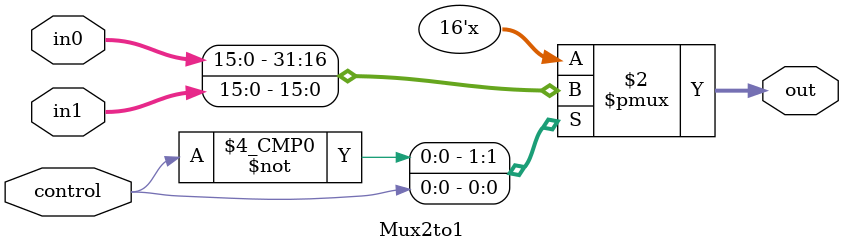
<source format=v>
module Mux2to1(input control, input[15:0] in0, input[15:0] in1, output reg[15:0] out);
always @ (in0 or in1 or control) begin
	case(control)
		1'b0: out=in0;
		1'b1: out=in1;
	endcase
end
endmodule

</source>
